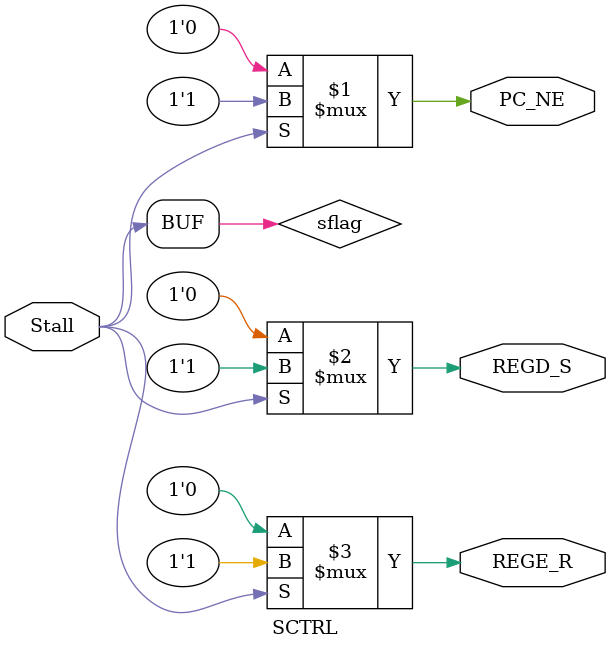
<source format=v>
`timescale 1ns / 1ps
module SCTRL(
    input Stall,
	 output PC_NE,
	 output REGD_S,
	 output REGE_R
    );
	wire sflag;
	assign sflag	=	Stall;
	
	assign PC_NE	=	sflag ? 1'b1 : 1'b0;
	assign REGD_S	=	sflag ? 1'b1 : 1'b0;
	assign REGE_R	=	sflag ? 1'b1 : 1'b0;

endmodule

</source>
